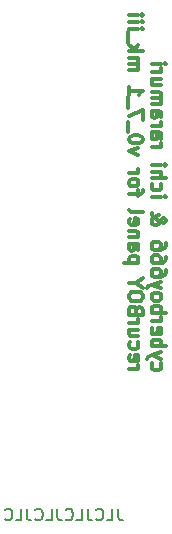
<source format=gbr>
%TF.GenerationSoftware,KiCad,Pcbnew,7.0.9*%
%TF.CreationDate,2024-08-29T12:31:07+10:00*%
%TF.ProjectId,eurorack_panel,6575726f-7261-4636-9b5f-70616e656c2e,rev?*%
%TF.SameCoordinates,Original*%
%TF.FileFunction,Legend,Bot*%
%TF.FilePolarity,Positive*%
%FSLAX46Y46*%
G04 Gerber Fmt 4.6, Leading zero omitted, Abs format (unit mm)*
G04 Created by KiCad (PCBNEW 7.0.9) date 2024-08-29 12:31:07*
%MOMM*%
%LPD*%
G01*
G04 APERTURE LIST*
%ADD10C,0.150000*%
%ADD11C,0.300000*%
G04 APERTURE END LIST*
D10*
X146919048Y-155754819D02*
X146919048Y-156469104D01*
X146919048Y-156469104D02*
X146966667Y-156611961D01*
X146966667Y-156611961D02*
X147061905Y-156707200D01*
X147061905Y-156707200D02*
X147204762Y-156754819D01*
X147204762Y-156754819D02*
X147300000Y-156754819D01*
X145966667Y-156754819D02*
X146442857Y-156754819D01*
X146442857Y-156754819D02*
X146442857Y-155754819D01*
X145061905Y-156659580D02*
X145109524Y-156707200D01*
X145109524Y-156707200D02*
X145252381Y-156754819D01*
X145252381Y-156754819D02*
X145347619Y-156754819D01*
X145347619Y-156754819D02*
X145490476Y-156707200D01*
X145490476Y-156707200D02*
X145585714Y-156611961D01*
X145585714Y-156611961D02*
X145633333Y-156516723D01*
X145633333Y-156516723D02*
X145680952Y-156326247D01*
X145680952Y-156326247D02*
X145680952Y-156183390D01*
X145680952Y-156183390D02*
X145633333Y-155992914D01*
X145633333Y-155992914D02*
X145585714Y-155897676D01*
X145585714Y-155897676D02*
X145490476Y-155802438D01*
X145490476Y-155802438D02*
X145347619Y-155754819D01*
X145347619Y-155754819D02*
X145252381Y-155754819D01*
X145252381Y-155754819D02*
X145109524Y-155802438D01*
X145109524Y-155802438D02*
X145061905Y-155850057D01*
X144347619Y-155754819D02*
X144347619Y-156469104D01*
X144347619Y-156469104D02*
X144395238Y-156611961D01*
X144395238Y-156611961D02*
X144490476Y-156707200D01*
X144490476Y-156707200D02*
X144633333Y-156754819D01*
X144633333Y-156754819D02*
X144728571Y-156754819D01*
X143395238Y-156754819D02*
X143871428Y-156754819D01*
X143871428Y-156754819D02*
X143871428Y-155754819D01*
X142490476Y-156659580D02*
X142538095Y-156707200D01*
X142538095Y-156707200D02*
X142680952Y-156754819D01*
X142680952Y-156754819D02*
X142776190Y-156754819D01*
X142776190Y-156754819D02*
X142919047Y-156707200D01*
X142919047Y-156707200D02*
X143014285Y-156611961D01*
X143014285Y-156611961D02*
X143061904Y-156516723D01*
X143061904Y-156516723D02*
X143109523Y-156326247D01*
X143109523Y-156326247D02*
X143109523Y-156183390D01*
X143109523Y-156183390D02*
X143061904Y-155992914D01*
X143061904Y-155992914D02*
X143014285Y-155897676D01*
X143014285Y-155897676D02*
X142919047Y-155802438D01*
X142919047Y-155802438D02*
X142776190Y-155754819D01*
X142776190Y-155754819D02*
X142680952Y-155754819D01*
X142680952Y-155754819D02*
X142538095Y-155802438D01*
X142538095Y-155802438D02*
X142490476Y-155850057D01*
X141776190Y-155754819D02*
X141776190Y-156469104D01*
X141776190Y-156469104D02*
X141823809Y-156611961D01*
X141823809Y-156611961D02*
X141919047Y-156707200D01*
X141919047Y-156707200D02*
X142061904Y-156754819D01*
X142061904Y-156754819D02*
X142157142Y-156754819D01*
X140823809Y-156754819D02*
X141299999Y-156754819D01*
X141299999Y-156754819D02*
X141299999Y-155754819D01*
X139919047Y-156659580D02*
X139966666Y-156707200D01*
X139966666Y-156707200D02*
X140109523Y-156754819D01*
X140109523Y-156754819D02*
X140204761Y-156754819D01*
X140204761Y-156754819D02*
X140347618Y-156707200D01*
X140347618Y-156707200D02*
X140442856Y-156611961D01*
X140442856Y-156611961D02*
X140490475Y-156516723D01*
X140490475Y-156516723D02*
X140538094Y-156326247D01*
X140538094Y-156326247D02*
X140538094Y-156183390D01*
X140538094Y-156183390D02*
X140490475Y-155992914D01*
X140490475Y-155992914D02*
X140442856Y-155897676D01*
X140442856Y-155897676D02*
X140347618Y-155802438D01*
X140347618Y-155802438D02*
X140204761Y-155754819D01*
X140204761Y-155754819D02*
X140109523Y-155754819D01*
X140109523Y-155754819D02*
X139966666Y-155802438D01*
X139966666Y-155802438D02*
X139919047Y-155850057D01*
X139204761Y-155754819D02*
X139204761Y-156469104D01*
X139204761Y-156469104D02*
X139252380Y-156611961D01*
X139252380Y-156611961D02*
X139347618Y-156707200D01*
X139347618Y-156707200D02*
X139490475Y-156754819D01*
X139490475Y-156754819D02*
X139585713Y-156754819D01*
X138252380Y-156754819D02*
X138728570Y-156754819D01*
X138728570Y-156754819D02*
X138728570Y-155754819D01*
X137347618Y-156659580D02*
X137395237Y-156707200D01*
X137395237Y-156707200D02*
X137538094Y-156754819D01*
X137538094Y-156754819D02*
X137633332Y-156754819D01*
X137633332Y-156754819D02*
X137776189Y-156707200D01*
X137776189Y-156707200D02*
X137871427Y-156611961D01*
X137871427Y-156611961D02*
X137919046Y-156516723D01*
X137919046Y-156516723D02*
X137966665Y-156326247D01*
X137966665Y-156326247D02*
X137966665Y-156183390D01*
X137966665Y-156183390D02*
X137919046Y-155992914D01*
X137919046Y-155992914D02*
X137871427Y-155897676D01*
X137871427Y-155897676D02*
X137776189Y-155802438D01*
X137776189Y-155802438D02*
X137633332Y-155754819D01*
X137633332Y-155754819D02*
X137538094Y-155754819D01*
X137538094Y-155754819D02*
X137395237Y-155802438D01*
X137395237Y-155802438D02*
X137347618Y-155850057D01*
D11*
X149833600Y-143452632D02*
X149776457Y-143566917D01*
X149776457Y-143566917D02*
X149776457Y-143795489D01*
X149776457Y-143795489D02*
X149833600Y-143909774D01*
X149833600Y-143909774D02*
X149890742Y-143966917D01*
X149890742Y-143966917D02*
X150005028Y-144024060D01*
X150005028Y-144024060D02*
X150347885Y-144024060D01*
X150347885Y-144024060D02*
X150462171Y-143966917D01*
X150462171Y-143966917D02*
X150519314Y-143909774D01*
X150519314Y-143909774D02*
X150576457Y-143795489D01*
X150576457Y-143795489D02*
X150576457Y-143566917D01*
X150576457Y-143566917D02*
X150519314Y-143452632D01*
X150576457Y-143052632D02*
X149776457Y-142766918D01*
X150576457Y-142481203D02*
X149776457Y-142766918D01*
X149776457Y-142766918D02*
X149490742Y-142881203D01*
X149490742Y-142881203D02*
X149433600Y-142938346D01*
X149433600Y-142938346D02*
X149376457Y-143052632D01*
X149776457Y-142024060D02*
X150976457Y-142024060D01*
X150519314Y-142024060D02*
X150576457Y-141909775D01*
X150576457Y-141909775D02*
X150576457Y-141681203D01*
X150576457Y-141681203D02*
X150519314Y-141566917D01*
X150519314Y-141566917D02*
X150462171Y-141509775D01*
X150462171Y-141509775D02*
X150347885Y-141452632D01*
X150347885Y-141452632D02*
X150005028Y-141452632D01*
X150005028Y-141452632D02*
X149890742Y-141509775D01*
X149890742Y-141509775D02*
X149833600Y-141566917D01*
X149833600Y-141566917D02*
X149776457Y-141681203D01*
X149776457Y-141681203D02*
X149776457Y-141909775D01*
X149776457Y-141909775D02*
X149833600Y-142024060D01*
X149833600Y-140481203D02*
X149776457Y-140595489D01*
X149776457Y-140595489D02*
X149776457Y-140824061D01*
X149776457Y-140824061D02*
X149833600Y-140938346D01*
X149833600Y-140938346D02*
X149947885Y-140995489D01*
X149947885Y-140995489D02*
X150405028Y-140995489D01*
X150405028Y-140995489D02*
X150519314Y-140938346D01*
X150519314Y-140938346D02*
X150576457Y-140824061D01*
X150576457Y-140824061D02*
X150576457Y-140595489D01*
X150576457Y-140595489D02*
X150519314Y-140481203D01*
X150519314Y-140481203D02*
X150405028Y-140424061D01*
X150405028Y-140424061D02*
X150290742Y-140424061D01*
X150290742Y-140424061D02*
X150176457Y-140995489D01*
X149776457Y-139909775D02*
X150576457Y-139909775D01*
X150347885Y-139909775D02*
X150462171Y-139852632D01*
X150462171Y-139852632D02*
X150519314Y-139795490D01*
X150519314Y-139795490D02*
X150576457Y-139681204D01*
X150576457Y-139681204D02*
X150576457Y-139566918D01*
X149776457Y-139166918D02*
X150976457Y-139166918D01*
X150519314Y-139166918D02*
X150576457Y-139052633D01*
X150576457Y-139052633D02*
X150576457Y-138824061D01*
X150576457Y-138824061D02*
X150519314Y-138709775D01*
X150519314Y-138709775D02*
X150462171Y-138652633D01*
X150462171Y-138652633D02*
X150347885Y-138595490D01*
X150347885Y-138595490D02*
X150005028Y-138595490D01*
X150005028Y-138595490D02*
X149890742Y-138652633D01*
X149890742Y-138652633D02*
X149833600Y-138709775D01*
X149833600Y-138709775D02*
X149776457Y-138824061D01*
X149776457Y-138824061D02*
X149776457Y-139052633D01*
X149776457Y-139052633D02*
X149833600Y-139166918D01*
X149776457Y-137909776D02*
X149833600Y-138024061D01*
X149833600Y-138024061D02*
X149890742Y-138081204D01*
X149890742Y-138081204D02*
X150005028Y-138138347D01*
X150005028Y-138138347D02*
X150347885Y-138138347D01*
X150347885Y-138138347D02*
X150462171Y-138081204D01*
X150462171Y-138081204D02*
X150519314Y-138024061D01*
X150519314Y-138024061D02*
X150576457Y-137909776D01*
X150576457Y-137909776D02*
X150576457Y-137738347D01*
X150576457Y-137738347D02*
X150519314Y-137624061D01*
X150519314Y-137624061D02*
X150462171Y-137566919D01*
X150462171Y-137566919D02*
X150347885Y-137509776D01*
X150347885Y-137509776D02*
X150005028Y-137509776D01*
X150005028Y-137509776D02*
X149890742Y-137566919D01*
X149890742Y-137566919D02*
X149833600Y-137624061D01*
X149833600Y-137624061D02*
X149776457Y-137738347D01*
X149776457Y-137738347D02*
X149776457Y-137909776D01*
X150576457Y-137109776D02*
X149776457Y-136824062D01*
X150576457Y-136538347D02*
X149776457Y-136824062D01*
X149776457Y-136824062D02*
X149490742Y-136938347D01*
X149490742Y-136938347D02*
X149433600Y-136995490D01*
X149433600Y-136995490D02*
X149376457Y-137109776D01*
X150976457Y-135566919D02*
X150976457Y-135795490D01*
X150976457Y-135795490D02*
X150919314Y-135909776D01*
X150919314Y-135909776D02*
X150862171Y-135966919D01*
X150862171Y-135966919D02*
X150690742Y-136081204D01*
X150690742Y-136081204D02*
X150462171Y-136138347D01*
X150462171Y-136138347D02*
X150005028Y-136138347D01*
X150005028Y-136138347D02*
X149890742Y-136081204D01*
X149890742Y-136081204D02*
X149833600Y-136024061D01*
X149833600Y-136024061D02*
X149776457Y-135909776D01*
X149776457Y-135909776D02*
X149776457Y-135681204D01*
X149776457Y-135681204D02*
X149833600Y-135566919D01*
X149833600Y-135566919D02*
X149890742Y-135509776D01*
X149890742Y-135509776D02*
X150005028Y-135452633D01*
X150005028Y-135452633D02*
X150290742Y-135452633D01*
X150290742Y-135452633D02*
X150405028Y-135509776D01*
X150405028Y-135509776D02*
X150462171Y-135566919D01*
X150462171Y-135566919D02*
X150519314Y-135681204D01*
X150519314Y-135681204D02*
X150519314Y-135909776D01*
X150519314Y-135909776D02*
X150462171Y-136024061D01*
X150462171Y-136024061D02*
X150405028Y-136081204D01*
X150405028Y-136081204D02*
X150290742Y-136138347D01*
X150976457Y-134424062D02*
X150976457Y-134652633D01*
X150976457Y-134652633D02*
X150919314Y-134766919D01*
X150919314Y-134766919D02*
X150862171Y-134824062D01*
X150862171Y-134824062D02*
X150690742Y-134938347D01*
X150690742Y-134938347D02*
X150462171Y-134995490D01*
X150462171Y-134995490D02*
X150005028Y-134995490D01*
X150005028Y-134995490D02*
X149890742Y-134938347D01*
X149890742Y-134938347D02*
X149833600Y-134881204D01*
X149833600Y-134881204D02*
X149776457Y-134766919D01*
X149776457Y-134766919D02*
X149776457Y-134538347D01*
X149776457Y-134538347D02*
X149833600Y-134424062D01*
X149833600Y-134424062D02*
X149890742Y-134366919D01*
X149890742Y-134366919D02*
X150005028Y-134309776D01*
X150005028Y-134309776D02*
X150290742Y-134309776D01*
X150290742Y-134309776D02*
X150405028Y-134366919D01*
X150405028Y-134366919D02*
X150462171Y-134424062D01*
X150462171Y-134424062D02*
X150519314Y-134538347D01*
X150519314Y-134538347D02*
X150519314Y-134766919D01*
X150519314Y-134766919D02*
X150462171Y-134881204D01*
X150462171Y-134881204D02*
X150405028Y-134938347D01*
X150405028Y-134938347D02*
X150290742Y-134995490D01*
X150976457Y-133281205D02*
X150976457Y-133509776D01*
X150976457Y-133509776D02*
X150919314Y-133624062D01*
X150919314Y-133624062D02*
X150862171Y-133681205D01*
X150862171Y-133681205D02*
X150690742Y-133795490D01*
X150690742Y-133795490D02*
X150462171Y-133852633D01*
X150462171Y-133852633D02*
X150005028Y-133852633D01*
X150005028Y-133852633D02*
X149890742Y-133795490D01*
X149890742Y-133795490D02*
X149833600Y-133738347D01*
X149833600Y-133738347D02*
X149776457Y-133624062D01*
X149776457Y-133624062D02*
X149776457Y-133395490D01*
X149776457Y-133395490D02*
X149833600Y-133281205D01*
X149833600Y-133281205D02*
X149890742Y-133224062D01*
X149890742Y-133224062D02*
X150005028Y-133166919D01*
X150005028Y-133166919D02*
X150290742Y-133166919D01*
X150290742Y-133166919D02*
X150405028Y-133224062D01*
X150405028Y-133224062D02*
X150462171Y-133281205D01*
X150462171Y-133281205D02*
X150519314Y-133395490D01*
X150519314Y-133395490D02*
X150519314Y-133624062D01*
X150519314Y-133624062D02*
X150462171Y-133738347D01*
X150462171Y-133738347D02*
X150405028Y-133795490D01*
X150405028Y-133795490D02*
X150290742Y-133852633D01*
X149776457Y-130766919D02*
X149776457Y-130824062D01*
X149776457Y-130824062D02*
X149833600Y-130938347D01*
X149833600Y-130938347D02*
X150005028Y-131109776D01*
X150005028Y-131109776D02*
X150347885Y-131395490D01*
X150347885Y-131395490D02*
X150519314Y-131509776D01*
X150519314Y-131509776D02*
X150690742Y-131566919D01*
X150690742Y-131566919D02*
X150805028Y-131566919D01*
X150805028Y-131566919D02*
X150919314Y-131509776D01*
X150919314Y-131509776D02*
X150976457Y-131395490D01*
X150976457Y-131395490D02*
X150976457Y-131338347D01*
X150976457Y-131338347D02*
X150919314Y-131224062D01*
X150919314Y-131224062D02*
X150805028Y-131166919D01*
X150805028Y-131166919D02*
X150747885Y-131166919D01*
X150747885Y-131166919D02*
X150633600Y-131224062D01*
X150633600Y-131224062D02*
X150576457Y-131281204D01*
X150576457Y-131281204D02*
X150347885Y-131624062D01*
X150347885Y-131624062D02*
X150290742Y-131681204D01*
X150290742Y-131681204D02*
X150176457Y-131738347D01*
X150176457Y-131738347D02*
X150005028Y-131738347D01*
X150005028Y-131738347D02*
X149890742Y-131681204D01*
X149890742Y-131681204D02*
X149833600Y-131624062D01*
X149833600Y-131624062D02*
X149776457Y-131509776D01*
X149776457Y-131509776D02*
X149776457Y-131338347D01*
X149776457Y-131338347D02*
X149833600Y-131224062D01*
X149833600Y-131224062D02*
X149890742Y-131166919D01*
X149890742Y-131166919D02*
X150119314Y-130995490D01*
X150119314Y-130995490D02*
X150290742Y-130938347D01*
X150290742Y-130938347D02*
X150405028Y-130938347D01*
X149776457Y-129338347D02*
X150576457Y-129338347D01*
X150976457Y-129338347D02*
X150919314Y-129395490D01*
X150919314Y-129395490D02*
X150862171Y-129338347D01*
X150862171Y-129338347D02*
X150919314Y-129281204D01*
X150919314Y-129281204D02*
X150976457Y-129338347D01*
X150976457Y-129338347D02*
X150862171Y-129338347D01*
X149833600Y-128252633D02*
X149776457Y-128366918D01*
X149776457Y-128366918D02*
X149776457Y-128595490D01*
X149776457Y-128595490D02*
X149833600Y-128709775D01*
X149833600Y-128709775D02*
X149890742Y-128766918D01*
X149890742Y-128766918D02*
X150005028Y-128824061D01*
X150005028Y-128824061D02*
X150347885Y-128824061D01*
X150347885Y-128824061D02*
X150462171Y-128766918D01*
X150462171Y-128766918D02*
X150519314Y-128709775D01*
X150519314Y-128709775D02*
X150576457Y-128595490D01*
X150576457Y-128595490D02*
X150576457Y-128366918D01*
X150576457Y-128366918D02*
X150519314Y-128252633D01*
X149776457Y-127738347D02*
X150976457Y-127738347D01*
X149776457Y-127224062D02*
X150405028Y-127224062D01*
X150405028Y-127224062D02*
X150519314Y-127281204D01*
X150519314Y-127281204D02*
X150576457Y-127395490D01*
X150576457Y-127395490D02*
X150576457Y-127566919D01*
X150576457Y-127566919D02*
X150519314Y-127681204D01*
X150519314Y-127681204D02*
X150462171Y-127738347D01*
X149776457Y-126652633D02*
X150576457Y-126652633D01*
X150976457Y-126652633D02*
X150919314Y-126709776D01*
X150919314Y-126709776D02*
X150862171Y-126652633D01*
X150862171Y-126652633D02*
X150919314Y-126595490D01*
X150919314Y-126595490D02*
X150976457Y-126652633D01*
X150976457Y-126652633D02*
X150862171Y-126652633D01*
X149776457Y-125166918D02*
X150576457Y-125166918D01*
X150347885Y-125166918D02*
X150462171Y-125109775D01*
X150462171Y-125109775D02*
X150519314Y-125052633D01*
X150519314Y-125052633D02*
X150576457Y-124938347D01*
X150576457Y-124938347D02*
X150576457Y-124824061D01*
X149776457Y-123909776D02*
X150405028Y-123909776D01*
X150405028Y-123909776D02*
X150519314Y-123966918D01*
X150519314Y-123966918D02*
X150576457Y-124081204D01*
X150576457Y-124081204D02*
X150576457Y-124309776D01*
X150576457Y-124309776D02*
X150519314Y-124424061D01*
X149833600Y-123909776D02*
X149776457Y-124024061D01*
X149776457Y-124024061D02*
X149776457Y-124309776D01*
X149776457Y-124309776D02*
X149833600Y-124424061D01*
X149833600Y-124424061D02*
X149947885Y-124481204D01*
X149947885Y-124481204D02*
X150062171Y-124481204D01*
X150062171Y-124481204D02*
X150176457Y-124424061D01*
X150176457Y-124424061D02*
X150233600Y-124309776D01*
X150233600Y-124309776D02*
X150233600Y-124024061D01*
X150233600Y-124024061D02*
X150290742Y-123909776D01*
X149776457Y-123338347D02*
X150576457Y-123338347D01*
X150347885Y-123338347D02*
X150462171Y-123281204D01*
X150462171Y-123281204D02*
X150519314Y-123224062D01*
X150519314Y-123224062D02*
X150576457Y-123109776D01*
X150576457Y-123109776D02*
X150576457Y-122995490D01*
X149776457Y-122081205D02*
X150405028Y-122081205D01*
X150405028Y-122081205D02*
X150519314Y-122138347D01*
X150519314Y-122138347D02*
X150576457Y-122252633D01*
X150576457Y-122252633D02*
X150576457Y-122481205D01*
X150576457Y-122481205D02*
X150519314Y-122595490D01*
X149833600Y-122081205D02*
X149776457Y-122195490D01*
X149776457Y-122195490D02*
X149776457Y-122481205D01*
X149776457Y-122481205D02*
X149833600Y-122595490D01*
X149833600Y-122595490D02*
X149947885Y-122652633D01*
X149947885Y-122652633D02*
X150062171Y-122652633D01*
X150062171Y-122652633D02*
X150176457Y-122595490D01*
X150176457Y-122595490D02*
X150233600Y-122481205D01*
X150233600Y-122481205D02*
X150233600Y-122195490D01*
X150233600Y-122195490D02*
X150290742Y-122081205D01*
X149776457Y-121509776D02*
X150576457Y-121509776D01*
X150462171Y-121509776D02*
X150519314Y-121452633D01*
X150519314Y-121452633D02*
X150576457Y-121338348D01*
X150576457Y-121338348D02*
X150576457Y-121166919D01*
X150576457Y-121166919D02*
X150519314Y-121052633D01*
X150519314Y-121052633D02*
X150405028Y-120995491D01*
X150405028Y-120995491D02*
X149776457Y-120995491D01*
X150405028Y-120995491D02*
X150519314Y-120938348D01*
X150519314Y-120938348D02*
X150576457Y-120824062D01*
X150576457Y-120824062D02*
X150576457Y-120652633D01*
X150576457Y-120652633D02*
X150519314Y-120538348D01*
X150519314Y-120538348D02*
X150405028Y-120481205D01*
X150405028Y-120481205D02*
X149776457Y-120481205D01*
X150576457Y-119395491D02*
X149776457Y-119395491D01*
X150576457Y-119909776D02*
X149947885Y-119909776D01*
X149947885Y-119909776D02*
X149833600Y-119852633D01*
X149833600Y-119852633D02*
X149776457Y-119738348D01*
X149776457Y-119738348D02*
X149776457Y-119566919D01*
X149776457Y-119566919D02*
X149833600Y-119452633D01*
X149833600Y-119452633D02*
X149890742Y-119395491D01*
X149776457Y-118824062D02*
X150576457Y-118824062D01*
X150347885Y-118824062D02*
X150462171Y-118766919D01*
X150462171Y-118766919D02*
X150519314Y-118709777D01*
X150519314Y-118709777D02*
X150576457Y-118595491D01*
X150576457Y-118595491D02*
X150576457Y-118481205D01*
X149776457Y-118081205D02*
X150576457Y-118081205D01*
X150976457Y-118081205D02*
X150919314Y-118138348D01*
X150919314Y-118138348D02*
X150862171Y-118081205D01*
X150862171Y-118081205D02*
X150919314Y-118024062D01*
X150919314Y-118024062D02*
X150976457Y-118081205D01*
X150976457Y-118081205D02*
X150862171Y-118081205D01*
X147844457Y-143966917D02*
X148644457Y-143966917D01*
X148415885Y-143966917D02*
X148530171Y-143909774D01*
X148530171Y-143909774D02*
X148587314Y-143852632D01*
X148587314Y-143852632D02*
X148644457Y-143738346D01*
X148644457Y-143738346D02*
X148644457Y-143624060D01*
X147901600Y-142766917D02*
X147844457Y-142881203D01*
X147844457Y-142881203D02*
X147844457Y-143109775D01*
X147844457Y-143109775D02*
X147901600Y-143224060D01*
X147901600Y-143224060D02*
X148015885Y-143281203D01*
X148015885Y-143281203D02*
X148473028Y-143281203D01*
X148473028Y-143281203D02*
X148587314Y-143224060D01*
X148587314Y-143224060D02*
X148644457Y-143109775D01*
X148644457Y-143109775D02*
X148644457Y-142881203D01*
X148644457Y-142881203D02*
X148587314Y-142766917D01*
X148587314Y-142766917D02*
X148473028Y-142709775D01*
X148473028Y-142709775D02*
X148358742Y-142709775D01*
X148358742Y-142709775D02*
X148244457Y-143281203D01*
X147901600Y-141681204D02*
X147844457Y-141795489D01*
X147844457Y-141795489D02*
X147844457Y-142024061D01*
X147844457Y-142024061D02*
X147901600Y-142138346D01*
X147901600Y-142138346D02*
X147958742Y-142195489D01*
X147958742Y-142195489D02*
X148073028Y-142252632D01*
X148073028Y-142252632D02*
X148415885Y-142252632D01*
X148415885Y-142252632D02*
X148530171Y-142195489D01*
X148530171Y-142195489D02*
X148587314Y-142138346D01*
X148587314Y-142138346D02*
X148644457Y-142024061D01*
X148644457Y-142024061D02*
X148644457Y-141795489D01*
X148644457Y-141795489D02*
X148587314Y-141681204D01*
X148644457Y-140652633D02*
X147844457Y-140652633D01*
X148644457Y-141166918D02*
X148015885Y-141166918D01*
X148015885Y-141166918D02*
X147901600Y-141109775D01*
X147901600Y-141109775D02*
X147844457Y-140995490D01*
X147844457Y-140995490D02*
X147844457Y-140824061D01*
X147844457Y-140824061D02*
X147901600Y-140709775D01*
X147901600Y-140709775D02*
X147958742Y-140652633D01*
X147844457Y-140081204D02*
X148644457Y-140081204D01*
X148415885Y-140081204D02*
X148530171Y-140024061D01*
X148530171Y-140024061D02*
X148587314Y-139966919D01*
X148587314Y-139966919D02*
X148644457Y-139852633D01*
X148644457Y-139852633D02*
X148644457Y-139738347D01*
X148473028Y-138938347D02*
X148415885Y-138766919D01*
X148415885Y-138766919D02*
X148358742Y-138709776D01*
X148358742Y-138709776D02*
X148244457Y-138652633D01*
X148244457Y-138652633D02*
X148073028Y-138652633D01*
X148073028Y-138652633D02*
X147958742Y-138709776D01*
X147958742Y-138709776D02*
X147901600Y-138766919D01*
X147901600Y-138766919D02*
X147844457Y-138881204D01*
X147844457Y-138881204D02*
X147844457Y-139338347D01*
X147844457Y-139338347D02*
X149044457Y-139338347D01*
X149044457Y-139338347D02*
X149044457Y-138938347D01*
X149044457Y-138938347D02*
X148987314Y-138824062D01*
X148987314Y-138824062D02*
X148930171Y-138766919D01*
X148930171Y-138766919D02*
X148815885Y-138709776D01*
X148815885Y-138709776D02*
X148701600Y-138709776D01*
X148701600Y-138709776D02*
X148587314Y-138766919D01*
X148587314Y-138766919D02*
X148530171Y-138824062D01*
X148530171Y-138824062D02*
X148473028Y-138938347D01*
X148473028Y-138938347D02*
X148473028Y-139338347D01*
X149044457Y-137909776D02*
X149044457Y-137681204D01*
X149044457Y-137681204D02*
X148987314Y-137566919D01*
X148987314Y-137566919D02*
X148873028Y-137452633D01*
X148873028Y-137452633D02*
X148644457Y-137395490D01*
X148644457Y-137395490D02*
X148244457Y-137395490D01*
X148244457Y-137395490D02*
X148015885Y-137452633D01*
X148015885Y-137452633D02*
X147901600Y-137566919D01*
X147901600Y-137566919D02*
X147844457Y-137681204D01*
X147844457Y-137681204D02*
X147844457Y-137909776D01*
X147844457Y-137909776D02*
X147901600Y-138024062D01*
X147901600Y-138024062D02*
X148015885Y-138138347D01*
X148015885Y-138138347D02*
X148244457Y-138195490D01*
X148244457Y-138195490D02*
X148644457Y-138195490D01*
X148644457Y-138195490D02*
X148873028Y-138138347D01*
X148873028Y-138138347D02*
X148987314Y-138024062D01*
X148987314Y-138024062D02*
X149044457Y-137909776D01*
X148415885Y-136652633D02*
X147844457Y-136652633D01*
X149044457Y-137052633D02*
X148415885Y-136652633D01*
X148415885Y-136652633D02*
X149044457Y-136252633D01*
X148644457Y-134938347D02*
X147444457Y-134938347D01*
X148587314Y-134938347D02*
X148644457Y-134824062D01*
X148644457Y-134824062D02*
X148644457Y-134595490D01*
X148644457Y-134595490D02*
X148587314Y-134481204D01*
X148587314Y-134481204D02*
X148530171Y-134424062D01*
X148530171Y-134424062D02*
X148415885Y-134366919D01*
X148415885Y-134366919D02*
X148073028Y-134366919D01*
X148073028Y-134366919D02*
X147958742Y-134424062D01*
X147958742Y-134424062D02*
X147901600Y-134481204D01*
X147901600Y-134481204D02*
X147844457Y-134595490D01*
X147844457Y-134595490D02*
X147844457Y-134824062D01*
X147844457Y-134824062D02*
X147901600Y-134938347D01*
X147844457Y-133338348D02*
X148473028Y-133338348D01*
X148473028Y-133338348D02*
X148587314Y-133395490D01*
X148587314Y-133395490D02*
X148644457Y-133509776D01*
X148644457Y-133509776D02*
X148644457Y-133738348D01*
X148644457Y-133738348D02*
X148587314Y-133852633D01*
X147901600Y-133338348D02*
X147844457Y-133452633D01*
X147844457Y-133452633D02*
X147844457Y-133738348D01*
X147844457Y-133738348D02*
X147901600Y-133852633D01*
X147901600Y-133852633D02*
X148015885Y-133909776D01*
X148015885Y-133909776D02*
X148130171Y-133909776D01*
X148130171Y-133909776D02*
X148244457Y-133852633D01*
X148244457Y-133852633D02*
X148301600Y-133738348D01*
X148301600Y-133738348D02*
X148301600Y-133452633D01*
X148301600Y-133452633D02*
X148358742Y-133338348D01*
X148644457Y-132766919D02*
X147844457Y-132766919D01*
X148530171Y-132766919D02*
X148587314Y-132709776D01*
X148587314Y-132709776D02*
X148644457Y-132595491D01*
X148644457Y-132595491D02*
X148644457Y-132424062D01*
X148644457Y-132424062D02*
X148587314Y-132309776D01*
X148587314Y-132309776D02*
X148473028Y-132252634D01*
X148473028Y-132252634D02*
X147844457Y-132252634D01*
X147901600Y-131224062D02*
X147844457Y-131338348D01*
X147844457Y-131338348D02*
X147844457Y-131566920D01*
X147844457Y-131566920D02*
X147901600Y-131681205D01*
X147901600Y-131681205D02*
X148015885Y-131738348D01*
X148015885Y-131738348D02*
X148473028Y-131738348D01*
X148473028Y-131738348D02*
X148587314Y-131681205D01*
X148587314Y-131681205D02*
X148644457Y-131566920D01*
X148644457Y-131566920D02*
X148644457Y-131338348D01*
X148644457Y-131338348D02*
X148587314Y-131224062D01*
X148587314Y-131224062D02*
X148473028Y-131166920D01*
X148473028Y-131166920D02*
X148358742Y-131166920D01*
X148358742Y-131166920D02*
X148244457Y-131738348D01*
X147844457Y-130481206D02*
X147901600Y-130595491D01*
X147901600Y-130595491D02*
X148015885Y-130652634D01*
X148015885Y-130652634D02*
X149044457Y-130652634D01*
X148644457Y-129281206D02*
X148644457Y-128824063D01*
X147844457Y-129109777D02*
X148873028Y-129109777D01*
X148873028Y-129109777D02*
X148987314Y-129052634D01*
X148987314Y-129052634D02*
X149044457Y-128938349D01*
X149044457Y-128938349D02*
X149044457Y-128824063D01*
X147844457Y-128252635D02*
X147901600Y-128366920D01*
X147901600Y-128366920D02*
X147958742Y-128424063D01*
X147958742Y-128424063D02*
X148073028Y-128481206D01*
X148073028Y-128481206D02*
X148415885Y-128481206D01*
X148415885Y-128481206D02*
X148530171Y-128424063D01*
X148530171Y-128424063D02*
X148587314Y-128366920D01*
X148587314Y-128366920D02*
X148644457Y-128252635D01*
X148644457Y-128252635D02*
X148644457Y-128081206D01*
X148644457Y-128081206D02*
X148587314Y-127966920D01*
X148587314Y-127966920D02*
X148530171Y-127909778D01*
X148530171Y-127909778D02*
X148415885Y-127852635D01*
X148415885Y-127852635D02*
X148073028Y-127852635D01*
X148073028Y-127852635D02*
X147958742Y-127909778D01*
X147958742Y-127909778D02*
X147901600Y-127966920D01*
X147901600Y-127966920D02*
X147844457Y-128081206D01*
X147844457Y-128081206D02*
X147844457Y-128252635D01*
X147844457Y-127338349D02*
X148644457Y-127338349D01*
X148415885Y-127338349D02*
X148530171Y-127281206D01*
X148530171Y-127281206D02*
X148587314Y-127224064D01*
X148587314Y-127224064D02*
X148644457Y-127109778D01*
X148644457Y-127109778D02*
X148644457Y-126995492D01*
X148644457Y-125795492D02*
X147844457Y-125509778D01*
X147844457Y-125509778D02*
X148644457Y-125224063D01*
X149044457Y-124538349D02*
X149044457Y-124424063D01*
X149044457Y-124424063D02*
X148987314Y-124309777D01*
X148987314Y-124309777D02*
X148930171Y-124252635D01*
X148930171Y-124252635D02*
X148815885Y-124195492D01*
X148815885Y-124195492D02*
X148587314Y-124138349D01*
X148587314Y-124138349D02*
X148301600Y-124138349D01*
X148301600Y-124138349D02*
X148073028Y-124195492D01*
X148073028Y-124195492D02*
X147958742Y-124252635D01*
X147958742Y-124252635D02*
X147901600Y-124309777D01*
X147901600Y-124309777D02*
X147844457Y-124424063D01*
X147844457Y-124424063D02*
X147844457Y-124538349D01*
X147844457Y-124538349D02*
X147901600Y-124652635D01*
X147901600Y-124652635D02*
X147958742Y-124709777D01*
X147958742Y-124709777D02*
X148073028Y-124766920D01*
X148073028Y-124766920D02*
X148301600Y-124824063D01*
X148301600Y-124824063D02*
X148587314Y-124824063D01*
X148587314Y-124824063D02*
X148815885Y-124766920D01*
X148815885Y-124766920D02*
X148930171Y-124709777D01*
X148930171Y-124709777D02*
X148987314Y-124652635D01*
X148987314Y-124652635D02*
X149044457Y-124538349D01*
X147730171Y-123909778D02*
X147730171Y-122995492D01*
X149044457Y-122824063D02*
X149044457Y-122024063D01*
X149044457Y-122024063D02*
X147844457Y-122538349D01*
X147730171Y-121852635D02*
X147730171Y-120938349D01*
X147844457Y-120024063D02*
X147844457Y-120709777D01*
X147844457Y-120366920D02*
X149044457Y-120366920D01*
X149044457Y-120366920D02*
X148873028Y-120481206D01*
X148873028Y-120481206D02*
X148758742Y-120595491D01*
X148758742Y-120595491D02*
X148701600Y-120709777D01*
X147844457Y-118595491D02*
X148644457Y-118595491D01*
X148530171Y-118595491D02*
X148587314Y-118538348D01*
X148587314Y-118538348D02*
X148644457Y-118424063D01*
X148644457Y-118424063D02*
X148644457Y-118252634D01*
X148644457Y-118252634D02*
X148587314Y-118138348D01*
X148587314Y-118138348D02*
X148473028Y-118081206D01*
X148473028Y-118081206D02*
X147844457Y-118081206D01*
X148473028Y-118081206D02*
X148587314Y-118024063D01*
X148587314Y-118024063D02*
X148644457Y-117909777D01*
X148644457Y-117909777D02*
X148644457Y-117738348D01*
X148644457Y-117738348D02*
X148587314Y-117624063D01*
X148587314Y-117624063D02*
X148473028Y-117566920D01*
X148473028Y-117566920D02*
X147844457Y-117566920D01*
X147844457Y-116995491D02*
X149044457Y-116995491D01*
X148301600Y-116881206D02*
X147844457Y-116538348D01*
X148644457Y-116538348D02*
X148187314Y-116995491D01*
X147730171Y-116309777D02*
X147730171Y-115395491D01*
X147844457Y-115109776D02*
X148644457Y-115109776D01*
X149044457Y-115109776D02*
X148987314Y-115166919D01*
X148987314Y-115166919D02*
X148930171Y-115109776D01*
X148930171Y-115109776D02*
X148987314Y-115052633D01*
X148987314Y-115052633D02*
X149044457Y-115109776D01*
X149044457Y-115109776D02*
X148930171Y-115109776D01*
X147844457Y-114538347D02*
X148644457Y-114538347D01*
X149044457Y-114538347D02*
X148987314Y-114595490D01*
X148987314Y-114595490D02*
X148930171Y-114538347D01*
X148930171Y-114538347D02*
X148987314Y-114481204D01*
X148987314Y-114481204D02*
X149044457Y-114538347D01*
X149044457Y-114538347D02*
X148930171Y-114538347D01*
X147844457Y-113966918D02*
X148644457Y-113966918D01*
X149044457Y-113966918D02*
X148987314Y-114024061D01*
X148987314Y-114024061D02*
X148930171Y-113966918D01*
X148930171Y-113966918D02*
X148987314Y-113909775D01*
X148987314Y-113909775D02*
X149044457Y-113966918D01*
X149044457Y-113966918D02*
X148930171Y-113966918D01*
M02*

</source>
